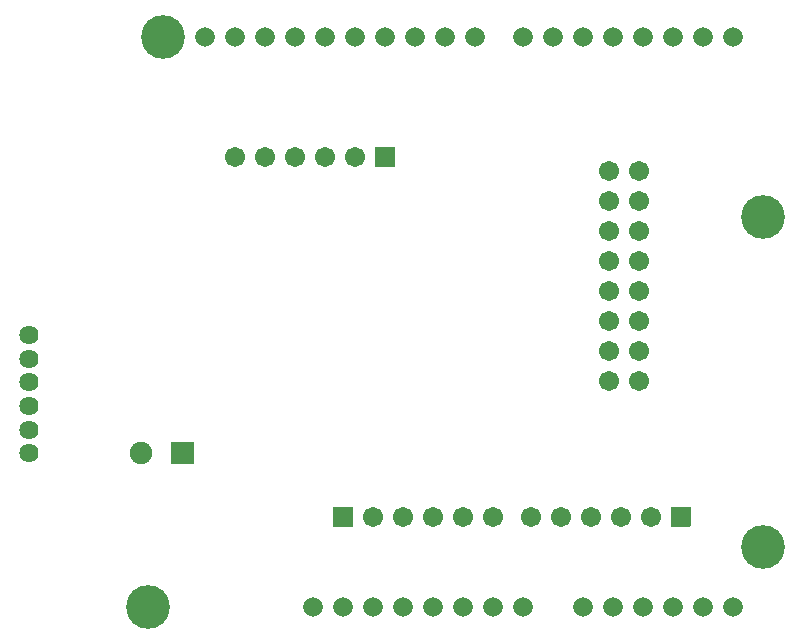
<source format=gbr>
G04 #@! TF.GenerationSoftware,KiCad,Pcbnew,(5.1.12-1-10_14)*
G04 #@! TF.CreationDate,2022-06-10T21:35:17-05:00*
G04 #@! TF.ProjectId,Arduino_uno_sheild,41726475-696e-46f5-9f75-6e6f5f736865,rev?*
G04 #@! TF.SameCoordinates,Original*
G04 #@! TF.FileFunction,Soldermask,Bot*
G04 #@! TF.FilePolarity,Negative*
%FSLAX46Y46*%
G04 Gerber Fmt 4.6, Leading zero omitted, Abs format (unit mm)*
G04 Created by KiCad (PCBNEW (5.1.12-1-10_14)) date 2022-06-10 21:35:17*
%MOMM*%
%LPD*%
G01*
G04 APERTURE LIST*
%ADD10C,1.662000*%
%ADD11C,3.702000*%
%ADD12C,1.626000*%
%ADD13C,1.702000*%
%ADD14C,1.902000*%
G04 APERTURE END LIST*
D10*
X27940000Y2540000D03*
X30480000Y2540000D03*
X33020000Y2540000D03*
X35560000Y2540000D03*
X38100000Y2540000D03*
X40640000Y2540000D03*
X43180000Y2540000D03*
X45720000Y2540000D03*
X50800000Y2540000D03*
X53340000Y2540000D03*
X55880000Y2540000D03*
X58420000Y2540000D03*
X60960000Y2540000D03*
X63500000Y2540000D03*
X18796000Y50800000D03*
X21336000Y50800000D03*
X23876000Y50800000D03*
X26416000Y50800000D03*
X28956000Y50800000D03*
X31496000Y50800000D03*
X34036000Y50800000D03*
X36576000Y50800000D03*
X39116000Y50800000D03*
X41656000Y50800000D03*
X45720000Y50800000D03*
X48260000Y50800000D03*
X50800000Y50800000D03*
X53340000Y50800000D03*
X55880000Y50800000D03*
X58420000Y50800000D03*
X60960000Y50800000D03*
X63500000Y50800000D03*
D11*
X15240000Y50800000D03*
X66040000Y35560000D03*
X66040000Y7620000D03*
X13970000Y2540000D03*
D12*
X3860800Y15544800D03*
X3860800Y17544800D03*
X3860800Y19544800D03*
X3860800Y21544800D03*
X3860800Y23544800D03*
X3860800Y25544800D03*
D13*
X55524400Y21691600D03*
X52984400Y21691600D03*
X55524400Y24231600D03*
X52984400Y24231600D03*
X55524400Y26771600D03*
X52984400Y26771600D03*
X55524400Y29311600D03*
X52984400Y29311600D03*
X55524400Y31851600D03*
X52984400Y31851600D03*
X55524400Y34391600D03*
X52984400Y34391600D03*
X55524400Y36931600D03*
X52984400Y36931600D03*
X55524400Y39471600D03*
X52984400Y39471600D03*
X46355000Y10160000D03*
X48895000Y10160000D03*
X51435000Y10160000D03*
X53975000Y10160000D03*
X56515000Y10160000D03*
G36*
G01*
X59906000Y10960000D02*
X59906000Y9360000D01*
G75*
G02*
X59855000Y9309000I-51000J0D01*
G01*
X58255000Y9309000D01*
G75*
G02*
X58204000Y9360000I0J51000D01*
G01*
X58204000Y10960000D01*
G75*
G02*
X58255000Y11011000I51000J0D01*
G01*
X59855000Y11011000D01*
G75*
G02*
X59906000Y10960000I0J-51000D01*
G01*
G37*
X43180000Y10160000D03*
X40640000Y10160000D03*
X38100000Y10160000D03*
X35560000Y10160000D03*
X33020000Y10160000D03*
G36*
G01*
X29629000Y9360000D02*
X29629000Y10960000D01*
G75*
G02*
X29680000Y11011000I51000J0D01*
G01*
X31280000Y11011000D01*
G75*
G02*
X31331000Y10960000I0J-51000D01*
G01*
X31331000Y9360000D01*
G75*
G02*
X31280000Y9309000I-51000J0D01*
G01*
X29680000Y9309000D01*
G75*
G02*
X29629000Y9360000I0J51000D01*
G01*
G37*
X21336000Y40640000D03*
X23876000Y40640000D03*
X26416000Y40640000D03*
X28956000Y40640000D03*
X31496000Y40640000D03*
G36*
G01*
X34887000Y41440000D02*
X34887000Y39840000D01*
G75*
G02*
X34836000Y39789000I-51000J0D01*
G01*
X33236000Y39789000D01*
G75*
G02*
X33185000Y39840000I0J51000D01*
G01*
X33185000Y41440000D01*
G75*
G02*
X33236000Y41491000I51000J0D01*
G01*
X34836000Y41491000D01*
G75*
G02*
X34887000Y41440000I0J-51000D01*
G01*
G37*
D14*
X13365600Y15544800D03*
G36*
G01*
X17816600Y16444800D02*
X17816600Y14644800D01*
G75*
G02*
X17765600Y14593800I-51000J0D01*
G01*
X15965600Y14593800D01*
G75*
G02*
X15914600Y14644800I0J51000D01*
G01*
X15914600Y16444800D01*
G75*
G02*
X15965600Y16495800I51000J0D01*
G01*
X17765600Y16495800D01*
G75*
G02*
X17816600Y16444800I0J-51000D01*
G01*
G37*
M02*

</source>
